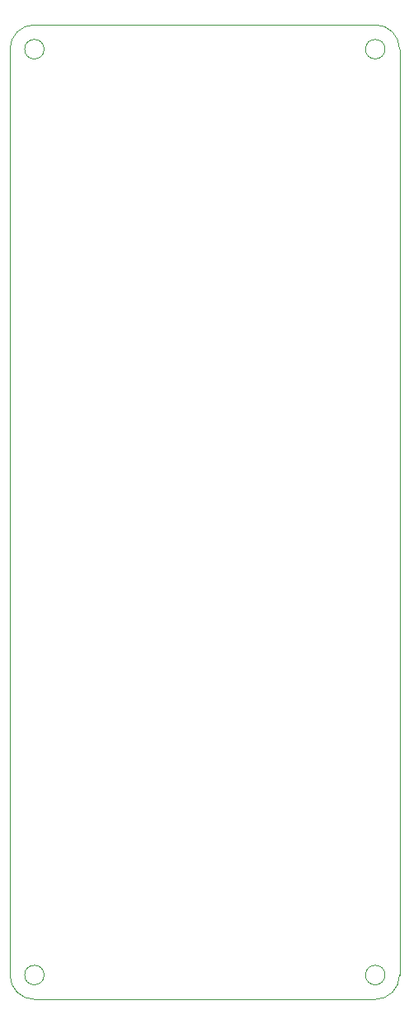
<source format=gbr>
%TF.GenerationSoftware,KiCad,Pcbnew,8.0.7*%
%TF.CreationDate,2025-01-01T16:00:04-05:00*%
%TF.ProjectId,JPL.mp3,4a504c2e-6d70-4332-9e6b-696361645f70,rev?*%
%TF.SameCoordinates,Original*%
%TF.FileFunction,Profile,NP*%
%FSLAX46Y46*%
G04 Gerber Fmt 4.6, Leading zero omitted, Abs format (unit mm)*
G04 Created by KiCad (PCBNEW 8.0.7) date 2025-01-01 16:00:04*
%MOMM*%
%LPD*%
G01*
G04 APERTURE LIST*
%TA.AperFunction,Profile*%
%ADD10C,0.050000*%
%TD*%
G04 APERTURE END LIST*
D10*
X140000000Y-147500000D02*
G75*
G02*
X137500000Y-150000000I-2500000J0D01*
G01*
X138500000Y-52500000D02*
G75*
G02*
X136500000Y-52500000I-1000000J0D01*
G01*
X136500000Y-52500000D02*
G75*
G02*
X138500000Y-52500000I1000000J0D01*
G01*
X103500000Y-52500000D02*
G75*
G02*
X101500000Y-52500000I-1000000J0D01*
G01*
X101500000Y-52500000D02*
G75*
G02*
X103500000Y-52500000I1000000J0D01*
G01*
X100000000Y-52500000D02*
G75*
G02*
X102500000Y-50000000I2500000J0D01*
G01*
X138500000Y-147500000D02*
G75*
G02*
X136500000Y-147500000I-1000000J0D01*
G01*
X136500000Y-147500000D02*
G75*
G02*
X138500000Y-147500000I1000000J0D01*
G01*
X102500000Y-150000000D02*
G75*
G02*
X100000000Y-147500000I0J2500000D01*
G01*
X100000000Y-147500000D02*
X100000000Y-52500000D01*
X140000000Y-52500000D02*
X140000000Y-147500000D01*
X102500000Y-50000000D02*
X137500000Y-50000000D01*
X137500000Y-150000000D02*
X102500000Y-150000000D01*
X103500000Y-147500000D02*
G75*
G02*
X101500000Y-147500000I-1000000J0D01*
G01*
X101500000Y-147500000D02*
G75*
G02*
X103500000Y-147500000I1000000J0D01*
G01*
X137500000Y-50000000D02*
G75*
G02*
X140000000Y-52500000I0J-2500000D01*
G01*
M02*

</source>
